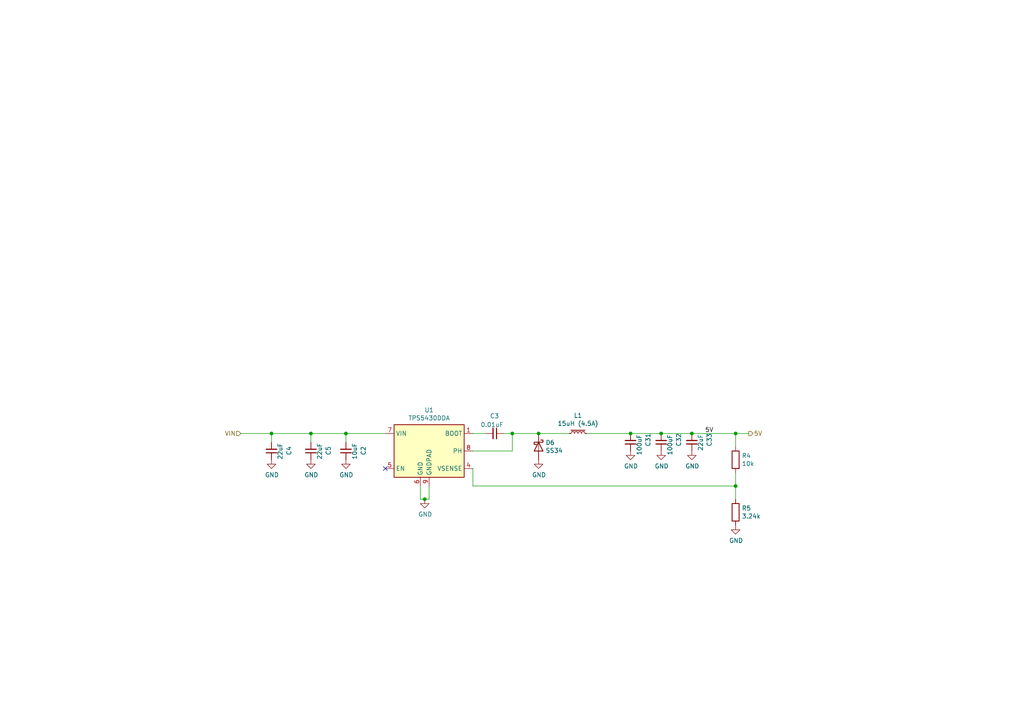
<source format=kicad_sch>
(kicad_sch (version 20211123) (generator eeschema)
  (paper "A4")
  (lib_symbols
    (symbol "Device:C_Small" (pin_numbers hide) (pin_names (offset 0.254) hide)
      (property "Reference" "C" (at 0.254 1.778 0))
      (property "Value" "C_Small" (at 0.254 -2.032 0))
      (symbol "C_Small_0_1"
        (polyline (pts (xy -1.524 -0.508) (xy 1.524 -0.508)) (stroke (width 0.3302)))
        (polyline (pts (xy -1.524 0.508) (xy 1.524 0.508)) (stroke (width 0.3048)))
      )
      (symbol "C_Small_1_1"
        (pin passive line (at 0 2.54 270) (length 2.032) (name "~") (number "1"))
        (pin passive line (at 0 -2.54 90) (length 2.032) (name "~") (number "2"))
      )
    )
    (symbol "Device:D_Schottky" (pin_numbers hide) (pin_names (offset 1.016) hide)
      (property "Reference" "D" (at 0 2.54 0))
      (property "Value" "D_Schottky" (at 0 -2.54 0))
      (symbol "D_Schottky_0_1"
        (polyline (pts (xy 1.27 0) (xy -1.27 0)))
        (polyline (pts (xy 1.27 1.27) (xy 1.27 -1.27) (xy -1.27 0) (xy 1.27 1.27)) (stroke (width 0.254)))
        (polyline (pts (xy -1.905 0.635) (xy -1.905 1.27) (xy -1.27 1.27) (xy -1.27 -1.27) (xy -0.635 -1.27) (xy -0.635 -0.635)) (stroke (width 0.254)))
      )
      (symbol "D_Schottky_1_1"
        (pin passive line (at -3.81 0 0) (length 2.54) (name "K") (number "1"))
        (pin passive line (at 3.81 0 180) (length 2.54) (name "A") (number "2"))
      )
    )
    (symbol "Device:L_Core_Iron_Small" (pin_numbers hide) (pin_names (offset 0.254) hide)
      (property "Reference" "L" (at 1.27 1.016 0))
      (property "Value" "Device_L_Core_Iron_Small" (at 1.27 -1.27 0))
      (symbol "L_Core_Iron_Small_0_1"
        (arc (start 0 -2.032) (mid 0.508 -1.524) (end 0 -1.016))
        (arc (start 0 -1.016) (mid 0.508 -0.508) (end 0 0))
        (polyline (pts (xy 0.762 2.032) (xy 0.762 -2.032)))
        (polyline (pts (xy 1.016 -2.032) (xy 1.016 2.032)))
        (arc (start 0 0) (mid 0.508 0.508) (end 0 1.016))
        (arc (start 0 1.016) (mid 0.508 1.524) (end 0 2.032))
      )
      (symbol "L_Core_Iron_Small_1_1"
        (pin passive line (at 0 2.54 270) (length 0.508) (name "~") (number "1"))
        (pin passive line (at 0 -2.54 90) (length 0.508) (name "~") (number "2"))
      )
    )
    (symbol "Device:R" (pin_numbers hide) (pin_names (offset 0))
      (property "Reference" "R" (at 2.032 0 90))
      (property "Value" "R" (at 0 0 90))
      (symbol "R_0_1"
        (rectangle (start -1.016 -2.54) (end 1.016 2.54) (stroke (width 0.254)))
      )
      (symbol "R_1_1"
        (pin passive line (at 0 3.81 270) (length 1.27) (name "~") (number "1"))
        (pin passive line (at 0 -3.81 90) (length 1.27) (name "~") (number "2"))
      )
    )
    (symbol "Regulator_Switching:TPS5430DDA"
      (property "Reference" "U" (at -10.16 8.89 0))
      (property "Value" "TPS5430DDA" (at -1.27 8.89 0))
      (symbol "TPS5430DDA_0_1"
        (rectangle (start -10.16 7.62) (end 10.16 -7.62) (stroke (width 0.254)) (fill (type background)))
      )
      (symbol "TPS5430DDA_1_1"
        (pin input line (at 12.7 5.08 180) (length 2.54) (name "BOOT") (number "1"))
        (pin no_connect line (at -10.16 2.54 0) (length 2.54) hide (name "NC") (number "2"))
        (pin no_connect line (at -10.16 -2.54 0) (length 2.54) hide (name "NC") (number "3"))
        (pin input line (at 12.7 -5.08 180) (length 2.54) (name "VSENSE") (number "4"))
        (pin input line (at -12.7 -5.08 0) (length 2.54) (name "EN") (number "5"))
        (pin power_in line (at -2.54 -10.16 90) (length 2.54) (name "GND") (number "6"))
        (pin power_in line (at -12.7 5.08 0) (length 2.54) (name "VIN") (number "7"))
        (pin output line (at 12.7 0 180) (length 2.54) (name "PH") (number "8"))
        (pin power_in line (at 0 -10.16 90) (length 2.54) (name "GNDPAD") (number "9"))
      )
    )
    (symbol "power:GND" (power) (pin_names (offset 0))
      (property "Value" "GND" (at 0 -3.81 0))
      (symbol "GND_0_1"
        (polyline (pts (xy 0 0) (xy 0 -1.27) (xy 1.27 -1.27) (xy 0 -2.54) (xy -1.27 -1.27) (xy 0 -1.27)))
      )
      (symbol "GND_1_1"
        (pin power_in line (at 0 0 270) (length 0) hide (name "GND") (number "1"))
      )
    )
  )
  (junction (at 90.17 125.73))
  (junction (at 148.59 125.73))
  (junction (at 191.77 125.73))
  (junction (at 100.33 125.73))
  (junction (at 182.88 125.73))
  (junction (at 200.66 125.73))
  (junction (at 213.36 140.97))
  (junction (at 123.19 144.78))
  (junction (at 156.21 125.73))
  (junction (at 78.74 125.73))
  (junction (at 213.36 125.73))
  (no_connect (at 111.76 135.89))
  (wire (pts (xy 78.74 125.73) (xy 69.85 125.73)))
  (wire (pts (xy 90.17 125.73) (xy 90.17 128.27)))
  (wire (pts (xy 213.36 140.97) (xy 213.36 144.78)))
  (wire (pts (xy 213.36 129.54) (xy 213.36 125.73)))
  (wire (pts (xy 100.33 125.73) (xy 100.33 128.27)))
  (wire (pts (xy 137.16 135.89) (xy 137.16 140.97)))
  (wire (pts (xy 90.17 125.73) (xy 78.74 125.73)))
  (wire (pts (xy 100.33 125.73) (xy 90.17 125.73)))
  (wire (pts (xy 111.76 125.73) (xy 100.33 125.73)))
  (wire (pts (xy 148.59 125.73) (xy 156.21 125.73)))
  (wire (pts (xy 182.88 125.73) (xy 191.77 125.73)))
  (wire (pts (xy 170.18 125.73) (xy 182.88 125.73)))
  (wire (pts (xy 121.92 140.97) (xy 121.92 144.78)))
  (wire (pts (xy 156.21 125.73) (xy 165.1 125.73)))
  (wire (pts (xy 137.16 140.97) (xy 213.36 140.97)))
  (wire (pts (xy 146.05 125.73) (xy 148.59 125.73)))
  (wire (pts (xy 124.46 140.97) (xy 124.46 144.78)))
  (wire (pts (xy 191.77 125.73) (xy 200.66 125.73)))
  (wire (pts (xy 121.92 144.78) (xy 123.19 144.78)))
  (wire (pts (xy 78.74 125.73) (xy 78.74 128.27)))
  (wire (pts (xy 200.66 125.73) (xy 213.36 125.73)))
  (wire (pts (xy 213.36 125.73) (xy 217.17 125.73)))
  (wire (pts (xy 213.36 140.97) (xy 213.36 137.16)))
  (wire (pts (xy 148.59 125.73) (xy 148.59 130.81)))
  (wire (pts (xy 148.59 130.81) (xy 137.16 130.81)))
  (wire (pts (xy 124.46 144.78) (xy 123.19 144.78)))
  (wire (pts (xy 137.16 125.73) (xy 140.97 125.73)))
  (label "5V" (at 204.47 125.73 0))
  (hierarchical_label "VIN" (shape input) (at 69.85 125.73 180))
  (hierarchical_label "5V" (shape output) (at 217.17 125.73 0))
  (symbol (lib_id "Regulator_Switching:TPS5430DDA") (at 124.46 130.81 0) (unit 1)
    (property "Reference" "U1" (at 124.46 118.9482 0))
    (property "Value" "TPS5430DDA" (at 124.46 121.2596 0))
    (property "Footprint" "Package_SO:TI_SO-PowerPAD-8_ThermalVias" (effects hide))
    (property "Datasheet" "http://www.ti.com/lit/ds/symlink/tps5430.pdf" (effects hide))
    (property "Manufacturer" "Texas Instruments" (effects hide))
    (property "Part Number" "TPS5430DDAR" (effects hide))
    (property "Description" "TPS543x 3-A, Wide Input Range, Step-Down Converter" (effects hide))
    (property "Package" "SOIC" (effects hide))
  )
  (symbol (lib_id "power:GND") (at 123.19 144.78 0) (unit 1)
    (property "Reference" "#PWR020" (effects hide))
    (property "Value" "GND" (at 123.317 149.1742 0))
  )
  (symbol (lib_id "Device:C_Small") (at 143.51 125.73 270) (mirror x) (unit 1)
    (property "Reference" "C3" (at 144.78 120.65 90) (effects (justify right)))
    (property "Value" "0.01uF" (at 146.05 123.19 90) (effects (justify right)))
    (property "Footprint" "Capacitor_SMD:C_0603_1608Metric_Pad1.08x0.95mm_HandSolder" (effects hide))
  )
  (symbol (lib_id "Device:D_Schottky") (at 156.21 129.54 270) (unit 1)
    (property "Reference" "D6" (at 158.2166 128.3716 90) (effects (justify left)))
    (property "Value" "SS34" (at 158.2166 130.683 90) (effects (justify left)))
    (property "Footprint" "Diode_SMD:D_SMC_Handsoldering" (effects hide))
    (property "Datasheet" "https://www.mouser.com/datasheet/2/308/1/SS39_D-2320135.pdf" (effects hide))
    (property "Manufacturer" "ON Semiconductor" (effects hide))
    (property "Part Number" "SS34" (effects hide))
    (property "Description" "Schottky Rectifier" (effects hide))
    (property "Package" "SMC" (effects hide))
  )
  (symbol (lib_id "Device:L_Core_Iron_Small") (at 167.64 125.73 90) (unit 1)
    (property "Reference" "L1" (at 167.64 120.523 90))
    (property "Value" "15uH (4.5A)" (at 167.64 122.8344 90))
    (property "Footprint" "Inductor_SMD:L_Abracon_ASPI-0630LR" (effects hide))
    (property "Datasheet" "https://product.tdk.com/en/system/files?file=dam/doc/product/inductor/inductor/smd/catalog/inductor_automotive_power_spm7054vt-d_en.pdf" (effects hide))
    (property "Description" "Inductors for power circuits" (effects hide))
    (property "Manufacturer" "TDK" (effects hide))
    (property "Part Number" "SPM7054VT-150M-D" (effects hide))
  )
  (symbol (lib_id "power:GND") (at 156.21 133.35 0) (unit 1)
    (property "Reference" "#PWR021" (effects hide))
    (property "Value" "GND" (at 156.337 137.7442 0))
  )
  (symbol (lib_id "power:GND") (at 182.88 130.81 0) (unit 1)
    (property "Reference" "#PWR024" (effects hide))
    (property "Value" "GND" (at 183.007 135.2042 0))
  )
  (symbol (lib_id "Device:R") (at 213.36 133.35 0) (unit 1)
    (property "Reference" "R4" (at 215.138 132.1816 0) (effects (justify left)))
    (property "Value" "10k" (at 215.138 134.493 0) (effects (justify left)))
    (property "Footprint" "Resistor_SMD:R_0603_1608Metric_Pad0.98x0.95mm_HandSolder" (effects hide))
  )
  (symbol (lib_id "Device:R") (at 213.36 148.59 0) (unit 1)
    (property "Reference" "R5" (at 215.138 147.4216 0) (effects (justify left)))
    (property "Value" "3.24k" (at 215.138 149.733 0) (effects (justify left)))
    (property "Footprint" "Resistor_SMD:R_0603_1608Metric_Pad0.98x0.95mm_HandSolder" (effects hide))
  )
  (symbol (lib_id "power:GND") (at 213.36 152.4 0) (unit 1)
    (property "Reference" "#PWR025" (effects hide))
    (property "Value" "GND" (at 213.487 156.7942 0))
  )
  (symbol (lib_id "Device:C_Small") (at 100.33 130.81 0) (mirror x) (unit 1)
    (property "Reference" "C2" (at 105.41 132.08 90) (effects (justify right)))
    (property "Value" "10uF" (at 102.87 133.35 90) (effects (justify right)))
    (property "Footprint" "Capacitor_SMD:C_0805_2012Metric_Pad1.18x1.45mm_HandSolder" (effects hide))
  )
  (symbol (lib_id "power:GND") (at 100.33 133.35 0) (unit 1)
    (property "Reference" "#PWR019" (effects hide))
    (property "Value" "GND" (at 100.457 137.7442 0))
  )
  (symbol (lib_id "Device:C_Small") (at 90.17 130.81 0) (mirror x) (unit 1)
    (property "Reference" "C5" (at 95.25 132.08 90) (effects (justify right)))
    (property "Value" "22uF" (at 92.71 133.35 90) (effects (justify right)))
    (property "Footprint" "Capacitor_SMD:C_1210_3225Metric_Pad1.33x2.70mm_HandSolder" (effects hide))
  )
  (symbol (lib_id "Device:C_Small") (at 78.74 130.81 0) (mirror x) (unit 1)
    (property "Reference" "C4" (at 83.82 132.08 90) (effects (justify right)))
    (property "Value" "22uF" (at 81.28 133.35 90) (effects (justify right)))
    (property "Footprint" "Capacitor_SMD:C_1210_3225Metric_Pad1.33x2.70mm_HandSolder" (effects hide))
  )
  (symbol (lib_id "power:GND") (at 90.17 133.35 0) (unit 1)
    (property "Reference" "#PWR023" (effects hide))
    (property "Value" "GND" (at 90.297 137.7442 0))
  )
  (symbol (lib_id "power:GND") (at 78.74 133.35 0) (unit 1)
    (property "Reference" "#PWR022" (effects hide))
    (property "Value" "GND" (at 78.867 137.7442 0))
  )
  (symbol (lib_id "Device:C_Small") (at 182.88 128.27 0) (mirror x) (unit 1)
    (property "Reference" "C31" (at 187.96 129.54 90) (effects (justify right)))
    (property "Value" "100uF" (at 185.42 132.08 90) (effects (justify right)))
    (property "Footprint" "Capacitor_SMD:C_1210_3225Metric_Pad1.33x2.70mm_HandSolder" (effects hide))
  )
  (symbol (lib_id "Device:C_Small") (at 191.77 128.27 0) (mirror x) (unit 1)
    (property "Reference" "C32" (at 196.85 129.54 90) (effects (justify right)))
    (property "Value" "100uF" (at 194.31 132.08 90) (effects (justify right)))
    (property "Footprint" "Capacitor_SMD:C_1210_3225Metric_Pad1.33x2.70mm_HandSolder" (effects hide))
  )
  (symbol (lib_id "power:GND") (at 191.77 130.81 0) (unit 1)
    (property "Reference" "#PWR033" (effects hide))
    (property "Value" "GND" (at 191.897 135.2042 0))
  )
  (symbol (lib_id "Device:C_Small") (at 200.66 128.27 0) (mirror x) (unit 1)
    (property "Reference" "C33" (at 205.74 129.54 90) (effects (justify right)))
    (property "Value" "22uF" (at 203.2 130.81 90) (effects (justify right)))
    (property "Footprint" "Capacitor_SMD:C_1210_3225Metric_Pad1.33x2.70mm_HandSolder" (effects hide))
  )
  (symbol (lib_id "power:GND") (at 200.66 130.81 0) (unit 1)
    (property "Reference" "#PWR042" (effects hide))
    (property "Value" "GND" (at 200.787 135.2042 0))
  )
)
</source>
